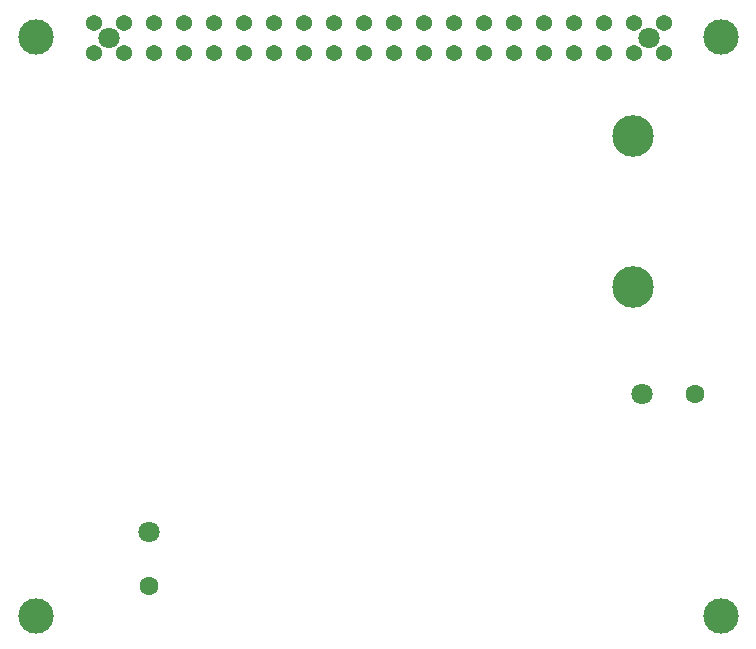
<source format=gbs>
G04 #@! TF.GenerationSoftware,KiCad,Pcbnew,8.0.9-8.0.9-0~ubuntu24.04.1*
G04 #@! TF.CreationDate,2025-06-09T20:21:33+02:00*
G04 #@! TF.ProjectId,rpi_power_warden_hat,7270695f-706f-4776-9572-5f7761726465,rev?*
G04 #@! TF.SameCoordinates,Original*
G04 #@! TF.FileFunction,Soldermask,Bot*
G04 #@! TF.FilePolarity,Negative*
%FSLAX46Y46*%
G04 Gerber Fmt 4.6, Leading zero omitted, Abs format (unit mm)*
G04 Created by KiCad (PCBNEW 8.0.9-8.0.9-0~ubuntu24.04.1) date 2025-06-09 20:21:33*
%MOMM*%
%LPD*%
G01*
G04 APERTURE LIST*
%ADD10C,1.800000*%
%ADD11C,1.600000*%
%ADD12C,3.520000*%
%ADD13C,3.000000*%
%ADD14C,1.370000*%
G04 APERTURE END LIST*
D10*
X181745079Y-104014321D03*
D11*
X186245079Y-104014321D03*
D12*
X180936479Y-94982921D03*
X180936479Y-82182921D03*
D13*
X130395599Y-73817001D03*
X130395599Y-122817001D03*
D10*
X136565599Y-73925001D03*
X182285599Y-73925001D03*
D13*
X188395599Y-73817001D03*
X188395599Y-122817001D03*
D14*
X135295599Y-75195001D03*
X135295599Y-72655001D03*
X137835599Y-75195001D03*
X137835599Y-72655001D03*
X140375599Y-75195001D03*
X140375599Y-72655001D03*
X142915599Y-75195001D03*
X142915599Y-72655001D03*
X145455599Y-75195001D03*
X145455599Y-72655001D03*
X147995599Y-75195001D03*
X147995599Y-72655001D03*
X150535599Y-75195001D03*
X150535599Y-72655001D03*
X153075599Y-75195001D03*
X153075599Y-72655001D03*
X155615599Y-75195001D03*
X155615599Y-72655001D03*
X158155599Y-75195001D03*
X158155599Y-72655001D03*
X160695599Y-75195001D03*
X160695599Y-72655001D03*
X163235599Y-75195001D03*
X163235599Y-72655001D03*
X165775599Y-75195001D03*
X165775599Y-72655001D03*
X168315599Y-75195001D03*
X168315599Y-72655001D03*
X170855599Y-75195001D03*
X170855599Y-72655001D03*
X173395599Y-75195001D03*
X173395599Y-72655001D03*
X175935599Y-75195001D03*
X175935599Y-72655001D03*
X178475599Y-75195001D03*
X178475599Y-72655001D03*
X181015599Y-75195001D03*
X181015599Y-72655001D03*
X183555599Y-75195001D03*
X183555599Y-72655001D03*
D10*
X140000000Y-115750000D03*
D11*
X140000000Y-120250000D03*
M02*

</source>
